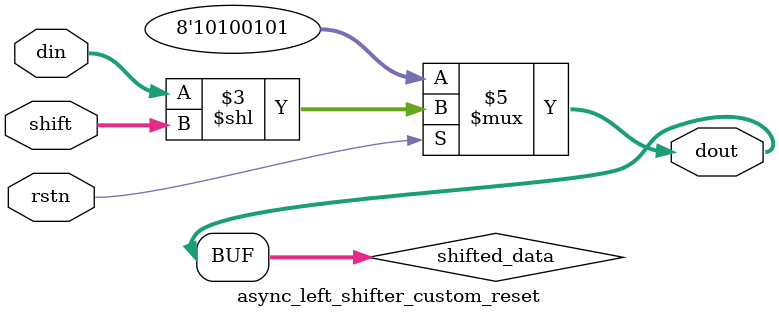
<source format=sv>
module async_left_shifter_custom_reset #(
    parameter WIDTH = 8,
    parameter RESET_VAL = 8'hA5  // Custom reset pattern
)(
    input                  rstn,
    input      [WIDTH-1:0] din,
    input      [$clog2(WIDTH)-1:0] shift,
    output     [WIDTH-1:0] dout
);
    reg [WIDTH-1:0] shifted_data;
    
    // Async reset with custom reset value
    always @(*) begin
        if (!rstn)
            shifted_data = RESET_VAL;
        else
            shifted_data = din << shift;
    end
    
    assign dout = shifted_data;
endmodule
</source>
